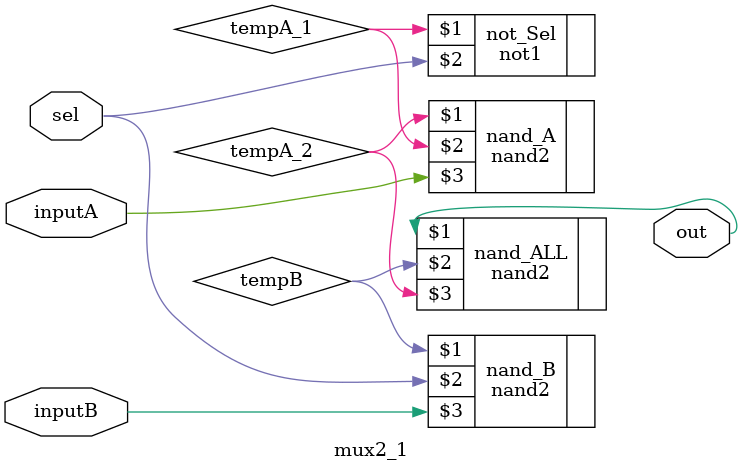
<source format=v>
module mux2_1(out, inputA, inputB, sel);

input wire inputA, inputB;
input wire sel;
output wire out;


// standard 2-to-1 multiplexer, converted to not and nand gates
//sel=0, out=inputA
//sel=1, out=inputB

wire tempB;// temp B be used for preparation of B output
wire tempA_1;// temp A_1 &tempA_2 for preparation of A output
wire tempA_2;//

nand2 nand_B(tempB, sel, inputB);
not1 not_Sel(tempA_1, sel);
nand2 nand_A(tempA_2, tempA_1, inputA);
nand2 nand_ALL(out, tempB, tempA_2);

endmodule

</source>
